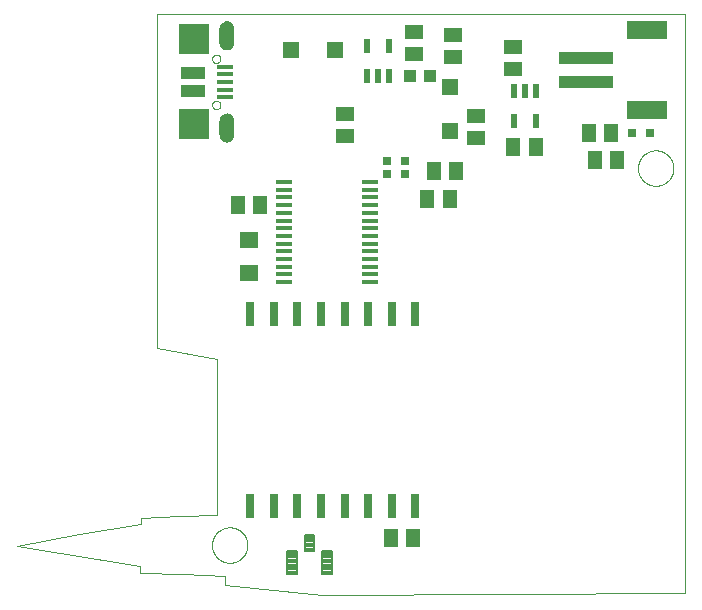
<source format=gtp>
G75*
%MOIN*%
%OFA0B0*%
%FSLAX25Y25*%
%IPPOS*%
%LPD*%
%AMOC8*
5,1,8,0,0,1.08239X$1,22.5*
%
%ADD10C,0.00000*%
%ADD11R,0.05118X0.05906*%
%ADD12R,0.05906X0.05118*%
%ADD13R,0.06299X0.05512*%
%ADD14R,0.03150X0.03150*%
%ADD15R,0.05500X0.01370*%
%ADD16R,0.02165X0.04724*%
%ADD17R,0.18110X0.03937*%
%ADD18R,0.13386X0.06299*%
%ADD19R,0.05512X0.05512*%
%ADD20R,0.04331X0.03937*%
%ADD21C,0.00800*%
%ADD22R,0.03150X0.07874*%
%ADD23R,0.05315X0.01575*%
%ADD24R,0.07874X0.03937*%
%ADD25R,0.09843X0.09843*%
%ADD26C,0.00500*%
D10*
X0005457Y0022435D02*
X0026291Y0026394D01*
X0046791Y0030019D01*
X0046860Y0031852D01*
X0046930Y0032019D01*
X0059694Y0032505D01*
X0072124Y0032991D01*
X0072100Y0032985D02*
X0072125Y0058990D01*
X0072124Y0058963D02*
X0072124Y0084935D01*
X0052124Y0088685D01*
X0052124Y0199797D01*
X0228374Y0199797D01*
X0228374Y0006741D01*
X0167819Y0006394D01*
X0107263Y0006047D01*
X0074902Y0009419D01*
X0074902Y0012574D01*
X0060805Y0013130D01*
X0046707Y0013685D01*
X0046707Y0015908D01*
X0005457Y0022435D01*
X0070553Y0022850D02*
X0070555Y0023003D01*
X0070561Y0023157D01*
X0070571Y0023310D01*
X0070585Y0023462D01*
X0070603Y0023615D01*
X0070625Y0023766D01*
X0070650Y0023917D01*
X0070680Y0024068D01*
X0070714Y0024218D01*
X0070751Y0024366D01*
X0070792Y0024514D01*
X0070837Y0024660D01*
X0070886Y0024806D01*
X0070939Y0024950D01*
X0070995Y0025092D01*
X0071055Y0025233D01*
X0071119Y0025373D01*
X0071186Y0025511D01*
X0071257Y0025647D01*
X0071332Y0025781D01*
X0071409Y0025913D01*
X0071491Y0026043D01*
X0071575Y0026171D01*
X0071663Y0026297D01*
X0071754Y0026420D01*
X0071848Y0026541D01*
X0071946Y0026659D01*
X0072046Y0026775D01*
X0072150Y0026888D01*
X0072256Y0026999D01*
X0072365Y0027107D01*
X0072477Y0027212D01*
X0072591Y0027313D01*
X0072709Y0027412D01*
X0072828Y0027508D01*
X0072950Y0027601D01*
X0073075Y0027690D01*
X0073202Y0027777D01*
X0073331Y0027859D01*
X0073462Y0027939D01*
X0073595Y0028015D01*
X0073730Y0028088D01*
X0073867Y0028157D01*
X0074006Y0028222D01*
X0074146Y0028284D01*
X0074288Y0028342D01*
X0074431Y0028397D01*
X0074576Y0028448D01*
X0074722Y0028495D01*
X0074869Y0028538D01*
X0075017Y0028577D01*
X0075166Y0028613D01*
X0075316Y0028644D01*
X0075467Y0028672D01*
X0075618Y0028696D01*
X0075771Y0028716D01*
X0075923Y0028732D01*
X0076076Y0028744D01*
X0076229Y0028752D01*
X0076382Y0028756D01*
X0076536Y0028756D01*
X0076689Y0028752D01*
X0076842Y0028744D01*
X0076995Y0028732D01*
X0077147Y0028716D01*
X0077300Y0028696D01*
X0077451Y0028672D01*
X0077602Y0028644D01*
X0077752Y0028613D01*
X0077901Y0028577D01*
X0078049Y0028538D01*
X0078196Y0028495D01*
X0078342Y0028448D01*
X0078487Y0028397D01*
X0078630Y0028342D01*
X0078772Y0028284D01*
X0078912Y0028222D01*
X0079051Y0028157D01*
X0079188Y0028088D01*
X0079323Y0028015D01*
X0079456Y0027939D01*
X0079587Y0027859D01*
X0079716Y0027777D01*
X0079843Y0027690D01*
X0079968Y0027601D01*
X0080090Y0027508D01*
X0080209Y0027412D01*
X0080327Y0027313D01*
X0080441Y0027212D01*
X0080553Y0027107D01*
X0080662Y0026999D01*
X0080768Y0026888D01*
X0080872Y0026775D01*
X0080972Y0026659D01*
X0081070Y0026541D01*
X0081164Y0026420D01*
X0081255Y0026297D01*
X0081343Y0026171D01*
X0081427Y0026043D01*
X0081509Y0025913D01*
X0081586Y0025781D01*
X0081661Y0025647D01*
X0081732Y0025511D01*
X0081799Y0025373D01*
X0081863Y0025233D01*
X0081923Y0025092D01*
X0081979Y0024950D01*
X0082032Y0024806D01*
X0082081Y0024660D01*
X0082126Y0024514D01*
X0082167Y0024366D01*
X0082204Y0024218D01*
X0082238Y0024068D01*
X0082268Y0023917D01*
X0082293Y0023766D01*
X0082315Y0023615D01*
X0082333Y0023462D01*
X0082347Y0023310D01*
X0082357Y0023157D01*
X0082363Y0023003D01*
X0082365Y0022850D01*
X0082363Y0022697D01*
X0082357Y0022543D01*
X0082347Y0022390D01*
X0082333Y0022238D01*
X0082315Y0022085D01*
X0082293Y0021934D01*
X0082268Y0021783D01*
X0082238Y0021632D01*
X0082204Y0021482D01*
X0082167Y0021334D01*
X0082126Y0021186D01*
X0082081Y0021040D01*
X0082032Y0020894D01*
X0081979Y0020750D01*
X0081923Y0020608D01*
X0081863Y0020467D01*
X0081799Y0020327D01*
X0081732Y0020189D01*
X0081661Y0020053D01*
X0081586Y0019919D01*
X0081509Y0019787D01*
X0081427Y0019657D01*
X0081343Y0019529D01*
X0081255Y0019403D01*
X0081164Y0019280D01*
X0081070Y0019159D01*
X0080972Y0019041D01*
X0080872Y0018925D01*
X0080768Y0018812D01*
X0080662Y0018701D01*
X0080553Y0018593D01*
X0080441Y0018488D01*
X0080327Y0018387D01*
X0080209Y0018288D01*
X0080090Y0018192D01*
X0079968Y0018099D01*
X0079843Y0018010D01*
X0079716Y0017923D01*
X0079587Y0017841D01*
X0079456Y0017761D01*
X0079323Y0017685D01*
X0079188Y0017612D01*
X0079051Y0017543D01*
X0078912Y0017478D01*
X0078772Y0017416D01*
X0078630Y0017358D01*
X0078487Y0017303D01*
X0078342Y0017252D01*
X0078196Y0017205D01*
X0078049Y0017162D01*
X0077901Y0017123D01*
X0077752Y0017087D01*
X0077602Y0017056D01*
X0077451Y0017028D01*
X0077300Y0017004D01*
X0077147Y0016984D01*
X0076995Y0016968D01*
X0076842Y0016956D01*
X0076689Y0016948D01*
X0076536Y0016944D01*
X0076382Y0016944D01*
X0076229Y0016948D01*
X0076076Y0016956D01*
X0075923Y0016968D01*
X0075771Y0016984D01*
X0075618Y0017004D01*
X0075467Y0017028D01*
X0075316Y0017056D01*
X0075166Y0017087D01*
X0075017Y0017123D01*
X0074869Y0017162D01*
X0074722Y0017205D01*
X0074576Y0017252D01*
X0074431Y0017303D01*
X0074288Y0017358D01*
X0074146Y0017416D01*
X0074006Y0017478D01*
X0073867Y0017543D01*
X0073730Y0017612D01*
X0073595Y0017685D01*
X0073462Y0017761D01*
X0073331Y0017841D01*
X0073202Y0017923D01*
X0073075Y0018010D01*
X0072950Y0018099D01*
X0072828Y0018192D01*
X0072709Y0018288D01*
X0072591Y0018387D01*
X0072477Y0018488D01*
X0072365Y0018593D01*
X0072256Y0018701D01*
X0072150Y0018812D01*
X0072046Y0018925D01*
X0071946Y0019041D01*
X0071848Y0019159D01*
X0071754Y0019280D01*
X0071663Y0019403D01*
X0071575Y0019529D01*
X0071491Y0019657D01*
X0071409Y0019787D01*
X0071332Y0019919D01*
X0071257Y0020053D01*
X0071186Y0020189D01*
X0071119Y0020327D01*
X0071055Y0020467D01*
X0070995Y0020608D01*
X0070939Y0020750D01*
X0070886Y0020894D01*
X0070837Y0021040D01*
X0070792Y0021186D01*
X0070751Y0021334D01*
X0070714Y0021482D01*
X0070680Y0021632D01*
X0070650Y0021783D01*
X0070625Y0021934D01*
X0070603Y0022085D01*
X0070585Y0022238D01*
X0070571Y0022390D01*
X0070561Y0022543D01*
X0070555Y0022697D01*
X0070553Y0022850D01*
X0212539Y0148504D02*
X0212541Y0148657D01*
X0212547Y0148811D01*
X0212557Y0148964D01*
X0212571Y0149116D01*
X0212589Y0149269D01*
X0212611Y0149420D01*
X0212636Y0149571D01*
X0212666Y0149722D01*
X0212700Y0149872D01*
X0212737Y0150020D01*
X0212778Y0150168D01*
X0212823Y0150314D01*
X0212872Y0150460D01*
X0212925Y0150604D01*
X0212981Y0150746D01*
X0213041Y0150887D01*
X0213105Y0151027D01*
X0213172Y0151165D01*
X0213243Y0151301D01*
X0213318Y0151435D01*
X0213395Y0151567D01*
X0213477Y0151697D01*
X0213561Y0151825D01*
X0213649Y0151951D01*
X0213740Y0152074D01*
X0213834Y0152195D01*
X0213932Y0152313D01*
X0214032Y0152429D01*
X0214136Y0152542D01*
X0214242Y0152653D01*
X0214351Y0152761D01*
X0214463Y0152866D01*
X0214577Y0152967D01*
X0214695Y0153066D01*
X0214814Y0153162D01*
X0214936Y0153255D01*
X0215061Y0153344D01*
X0215188Y0153431D01*
X0215317Y0153513D01*
X0215448Y0153593D01*
X0215581Y0153669D01*
X0215716Y0153742D01*
X0215853Y0153811D01*
X0215992Y0153876D01*
X0216132Y0153938D01*
X0216274Y0153996D01*
X0216417Y0154051D01*
X0216562Y0154102D01*
X0216708Y0154149D01*
X0216855Y0154192D01*
X0217003Y0154231D01*
X0217152Y0154267D01*
X0217302Y0154298D01*
X0217453Y0154326D01*
X0217604Y0154350D01*
X0217757Y0154370D01*
X0217909Y0154386D01*
X0218062Y0154398D01*
X0218215Y0154406D01*
X0218368Y0154410D01*
X0218522Y0154410D01*
X0218675Y0154406D01*
X0218828Y0154398D01*
X0218981Y0154386D01*
X0219133Y0154370D01*
X0219286Y0154350D01*
X0219437Y0154326D01*
X0219588Y0154298D01*
X0219738Y0154267D01*
X0219887Y0154231D01*
X0220035Y0154192D01*
X0220182Y0154149D01*
X0220328Y0154102D01*
X0220473Y0154051D01*
X0220616Y0153996D01*
X0220758Y0153938D01*
X0220898Y0153876D01*
X0221037Y0153811D01*
X0221174Y0153742D01*
X0221309Y0153669D01*
X0221442Y0153593D01*
X0221573Y0153513D01*
X0221702Y0153431D01*
X0221829Y0153344D01*
X0221954Y0153255D01*
X0222076Y0153162D01*
X0222195Y0153066D01*
X0222313Y0152967D01*
X0222427Y0152866D01*
X0222539Y0152761D01*
X0222648Y0152653D01*
X0222754Y0152542D01*
X0222858Y0152429D01*
X0222958Y0152313D01*
X0223056Y0152195D01*
X0223150Y0152074D01*
X0223241Y0151951D01*
X0223329Y0151825D01*
X0223413Y0151697D01*
X0223495Y0151567D01*
X0223572Y0151435D01*
X0223647Y0151301D01*
X0223718Y0151165D01*
X0223785Y0151027D01*
X0223849Y0150887D01*
X0223909Y0150746D01*
X0223965Y0150604D01*
X0224018Y0150460D01*
X0224067Y0150314D01*
X0224112Y0150168D01*
X0224153Y0150020D01*
X0224190Y0149872D01*
X0224224Y0149722D01*
X0224254Y0149571D01*
X0224279Y0149420D01*
X0224301Y0149269D01*
X0224319Y0149116D01*
X0224333Y0148964D01*
X0224343Y0148811D01*
X0224349Y0148657D01*
X0224351Y0148504D01*
X0224349Y0148351D01*
X0224343Y0148197D01*
X0224333Y0148044D01*
X0224319Y0147892D01*
X0224301Y0147739D01*
X0224279Y0147588D01*
X0224254Y0147437D01*
X0224224Y0147286D01*
X0224190Y0147136D01*
X0224153Y0146988D01*
X0224112Y0146840D01*
X0224067Y0146694D01*
X0224018Y0146548D01*
X0223965Y0146404D01*
X0223909Y0146262D01*
X0223849Y0146121D01*
X0223785Y0145981D01*
X0223718Y0145843D01*
X0223647Y0145707D01*
X0223572Y0145573D01*
X0223495Y0145441D01*
X0223413Y0145311D01*
X0223329Y0145183D01*
X0223241Y0145057D01*
X0223150Y0144934D01*
X0223056Y0144813D01*
X0222958Y0144695D01*
X0222858Y0144579D01*
X0222754Y0144466D01*
X0222648Y0144355D01*
X0222539Y0144247D01*
X0222427Y0144142D01*
X0222313Y0144041D01*
X0222195Y0143942D01*
X0222076Y0143846D01*
X0221954Y0143753D01*
X0221829Y0143664D01*
X0221702Y0143577D01*
X0221573Y0143495D01*
X0221442Y0143415D01*
X0221309Y0143339D01*
X0221174Y0143266D01*
X0221037Y0143197D01*
X0220898Y0143132D01*
X0220758Y0143070D01*
X0220616Y0143012D01*
X0220473Y0142957D01*
X0220328Y0142906D01*
X0220182Y0142859D01*
X0220035Y0142816D01*
X0219887Y0142777D01*
X0219738Y0142741D01*
X0219588Y0142710D01*
X0219437Y0142682D01*
X0219286Y0142658D01*
X0219133Y0142638D01*
X0218981Y0142622D01*
X0218828Y0142610D01*
X0218675Y0142602D01*
X0218522Y0142598D01*
X0218368Y0142598D01*
X0218215Y0142602D01*
X0218062Y0142610D01*
X0217909Y0142622D01*
X0217757Y0142638D01*
X0217604Y0142658D01*
X0217453Y0142682D01*
X0217302Y0142710D01*
X0217152Y0142741D01*
X0217003Y0142777D01*
X0216855Y0142816D01*
X0216708Y0142859D01*
X0216562Y0142906D01*
X0216417Y0142957D01*
X0216274Y0143012D01*
X0216132Y0143070D01*
X0215992Y0143132D01*
X0215853Y0143197D01*
X0215716Y0143266D01*
X0215581Y0143339D01*
X0215448Y0143415D01*
X0215317Y0143495D01*
X0215188Y0143577D01*
X0215061Y0143664D01*
X0214936Y0143753D01*
X0214814Y0143846D01*
X0214695Y0143942D01*
X0214577Y0144041D01*
X0214463Y0144142D01*
X0214351Y0144247D01*
X0214242Y0144355D01*
X0214136Y0144466D01*
X0214032Y0144579D01*
X0213932Y0144695D01*
X0213834Y0144813D01*
X0213740Y0144934D01*
X0213649Y0145057D01*
X0213561Y0145183D01*
X0213477Y0145311D01*
X0213395Y0145441D01*
X0213318Y0145573D01*
X0213243Y0145707D01*
X0213172Y0145843D01*
X0213105Y0145981D01*
X0213041Y0146121D01*
X0212981Y0146262D01*
X0212925Y0146404D01*
X0212872Y0146548D01*
X0212823Y0146694D01*
X0212778Y0146840D01*
X0212737Y0146988D01*
X0212700Y0147136D01*
X0212666Y0147286D01*
X0212636Y0147437D01*
X0212611Y0147588D01*
X0212589Y0147739D01*
X0212571Y0147892D01*
X0212557Y0148044D01*
X0212547Y0148197D01*
X0212541Y0148351D01*
X0212539Y0148504D01*
X0070603Y0169543D02*
X0070605Y0169617D01*
X0070611Y0169691D01*
X0070621Y0169764D01*
X0070635Y0169837D01*
X0070652Y0169909D01*
X0070674Y0169979D01*
X0070699Y0170049D01*
X0070728Y0170117D01*
X0070761Y0170183D01*
X0070797Y0170248D01*
X0070837Y0170310D01*
X0070879Y0170371D01*
X0070925Y0170429D01*
X0070974Y0170484D01*
X0071026Y0170537D01*
X0071081Y0170587D01*
X0071138Y0170633D01*
X0071198Y0170677D01*
X0071260Y0170717D01*
X0071324Y0170754D01*
X0071390Y0170788D01*
X0071458Y0170818D01*
X0071527Y0170844D01*
X0071598Y0170867D01*
X0071669Y0170885D01*
X0071742Y0170900D01*
X0071815Y0170911D01*
X0071889Y0170918D01*
X0071963Y0170921D01*
X0072036Y0170920D01*
X0072110Y0170915D01*
X0072184Y0170906D01*
X0072257Y0170893D01*
X0072329Y0170876D01*
X0072400Y0170856D01*
X0072470Y0170831D01*
X0072538Y0170803D01*
X0072605Y0170772D01*
X0072670Y0170736D01*
X0072733Y0170698D01*
X0072794Y0170656D01*
X0072853Y0170610D01*
X0072909Y0170562D01*
X0072962Y0170511D01*
X0073012Y0170457D01*
X0073060Y0170400D01*
X0073104Y0170341D01*
X0073146Y0170279D01*
X0073184Y0170216D01*
X0073218Y0170150D01*
X0073249Y0170083D01*
X0073276Y0170014D01*
X0073299Y0169944D01*
X0073319Y0169873D01*
X0073335Y0169800D01*
X0073347Y0169727D01*
X0073355Y0169654D01*
X0073359Y0169580D01*
X0073359Y0169506D01*
X0073355Y0169432D01*
X0073347Y0169359D01*
X0073335Y0169286D01*
X0073319Y0169213D01*
X0073299Y0169142D01*
X0073276Y0169072D01*
X0073249Y0169003D01*
X0073218Y0168936D01*
X0073184Y0168870D01*
X0073146Y0168807D01*
X0073104Y0168745D01*
X0073060Y0168686D01*
X0073012Y0168629D01*
X0072962Y0168575D01*
X0072909Y0168524D01*
X0072853Y0168476D01*
X0072794Y0168430D01*
X0072733Y0168388D01*
X0072670Y0168350D01*
X0072605Y0168314D01*
X0072538Y0168283D01*
X0072470Y0168255D01*
X0072400Y0168230D01*
X0072329Y0168210D01*
X0072257Y0168193D01*
X0072184Y0168180D01*
X0072110Y0168171D01*
X0072036Y0168166D01*
X0071963Y0168165D01*
X0071889Y0168168D01*
X0071815Y0168175D01*
X0071742Y0168186D01*
X0071669Y0168201D01*
X0071598Y0168219D01*
X0071527Y0168242D01*
X0071458Y0168268D01*
X0071390Y0168298D01*
X0071324Y0168332D01*
X0071260Y0168369D01*
X0071198Y0168409D01*
X0071138Y0168453D01*
X0071081Y0168499D01*
X0071026Y0168549D01*
X0070974Y0168602D01*
X0070925Y0168657D01*
X0070879Y0168715D01*
X0070837Y0168776D01*
X0070797Y0168838D01*
X0070761Y0168903D01*
X0070728Y0168969D01*
X0070699Y0169037D01*
X0070674Y0169107D01*
X0070652Y0169177D01*
X0070635Y0169249D01*
X0070621Y0169322D01*
X0070611Y0169395D01*
X0070605Y0169469D01*
X0070603Y0169543D01*
X0065681Y0164819D02*
X0063319Y0164819D01*
X0063242Y0164807D01*
X0063166Y0164792D01*
X0063090Y0164773D01*
X0063016Y0164750D01*
X0062942Y0164724D01*
X0062871Y0164694D01*
X0062800Y0164660D01*
X0062732Y0164624D01*
X0062665Y0164583D01*
X0062600Y0164540D01*
X0062538Y0164494D01*
X0062477Y0164444D01*
X0062420Y0164392D01*
X0062365Y0164336D01*
X0062313Y0164279D01*
X0062263Y0164218D01*
X0062217Y0164156D01*
X0062174Y0164091D01*
X0062134Y0164024D01*
X0062097Y0163955D01*
X0062064Y0163885D01*
X0062034Y0163813D01*
X0062008Y0163739D01*
X0061986Y0163665D01*
X0061967Y0163589D01*
X0061952Y0163513D01*
X0061941Y0163436D01*
X0061933Y0163358D01*
X0061929Y0163280D01*
X0061930Y0163202D01*
X0061933Y0163125D01*
X0061941Y0163047D01*
X0061941Y0163048D02*
X0061933Y0162970D01*
X0061930Y0162893D01*
X0061929Y0162815D01*
X0061933Y0162737D01*
X0061941Y0162659D01*
X0061952Y0162582D01*
X0061967Y0162506D01*
X0061986Y0162430D01*
X0062008Y0162356D01*
X0062034Y0162282D01*
X0062064Y0162210D01*
X0062097Y0162140D01*
X0062134Y0162071D01*
X0062174Y0162004D01*
X0062217Y0161939D01*
X0062263Y0161877D01*
X0062313Y0161816D01*
X0062365Y0161759D01*
X0062420Y0161703D01*
X0062477Y0161651D01*
X0062538Y0161601D01*
X0062600Y0161555D01*
X0062665Y0161512D01*
X0062732Y0161471D01*
X0062800Y0161435D01*
X0062871Y0161401D01*
X0062942Y0161371D01*
X0063016Y0161345D01*
X0063090Y0161322D01*
X0063166Y0161303D01*
X0063242Y0161288D01*
X0063319Y0161276D01*
X0065681Y0161276D01*
X0065682Y0161276D02*
X0065759Y0161288D01*
X0065835Y0161303D01*
X0065911Y0161322D01*
X0065985Y0161345D01*
X0066059Y0161371D01*
X0066130Y0161401D01*
X0066201Y0161435D01*
X0066269Y0161471D01*
X0066336Y0161512D01*
X0066401Y0161555D01*
X0066463Y0161601D01*
X0066524Y0161651D01*
X0066581Y0161703D01*
X0066636Y0161759D01*
X0066688Y0161816D01*
X0066738Y0161877D01*
X0066784Y0161939D01*
X0066827Y0162004D01*
X0066867Y0162071D01*
X0066904Y0162140D01*
X0066937Y0162210D01*
X0066967Y0162282D01*
X0066993Y0162356D01*
X0067015Y0162430D01*
X0067034Y0162506D01*
X0067049Y0162582D01*
X0067060Y0162659D01*
X0067068Y0162737D01*
X0067072Y0162815D01*
X0067071Y0162893D01*
X0067068Y0162970D01*
X0067060Y0163048D01*
X0067060Y0163047D02*
X0067068Y0163125D01*
X0067071Y0163202D01*
X0067072Y0163280D01*
X0067068Y0163358D01*
X0067060Y0163436D01*
X0067049Y0163513D01*
X0067034Y0163589D01*
X0067015Y0163665D01*
X0066993Y0163739D01*
X0066967Y0163813D01*
X0066937Y0163885D01*
X0066904Y0163955D01*
X0066867Y0164024D01*
X0066827Y0164091D01*
X0066784Y0164156D01*
X0066738Y0164218D01*
X0066688Y0164279D01*
X0066636Y0164336D01*
X0066581Y0164392D01*
X0066524Y0164444D01*
X0066463Y0164494D01*
X0066401Y0164540D01*
X0066336Y0164583D01*
X0066269Y0164624D01*
X0066201Y0164660D01*
X0066130Y0164694D01*
X0066059Y0164724D01*
X0065985Y0164750D01*
X0065911Y0164773D01*
X0065835Y0164792D01*
X0065759Y0164807D01*
X0065682Y0164819D01*
X0070603Y0184898D02*
X0070605Y0184972D01*
X0070611Y0185046D01*
X0070621Y0185119D01*
X0070635Y0185192D01*
X0070652Y0185264D01*
X0070674Y0185334D01*
X0070699Y0185404D01*
X0070728Y0185472D01*
X0070761Y0185538D01*
X0070797Y0185603D01*
X0070837Y0185665D01*
X0070879Y0185726D01*
X0070925Y0185784D01*
X0070974Y0185839D01*
X0071026Y0185892D01*
X0071081Y0185942D01*
X0071138Y0185988D01*
X0071198Y0186032D01*
X0071260Y0186072D01*
X0071324Y0186109D01*
X0071390Y0186143D01*
X0071458Y0186173D01*
X0071527Y0186199D01*
X0071598Y0186222D01*
X0071669Y0186240D01*
X0071742Y0186255D01*
X0071815Y0186266D01*
X0071889Y0186273D01*
X0071963Y0186276D01*
X0072036Y0186275D01*
X0072110Y0186270D01*
X0072184Y0186261D01*
X0072257Y0186248D01*
X0072329Y0186231D01*
X0072400Y0186211D01*
X0072470Y0186186D01*
X0072538Y0186158D01*
X0072605Y0186127D01*
X0072670Y0186091D01*
X0072733Y0186053D01*
X0072794Y0186011D01*
X0072853Y0185965D01*
X0072909Y0185917D01*
X0072962Y0185866D01*
X0073012Y0185812D01*
X0073060Y0185755D01*
X0073104Y0185696D01*
X0073146Y0185634D01*
X0073184Y0185571D01*
X0073218Y0185505D01*
X0073249Y0185438D01*
X0073276Y0185369D01*
X0073299Y0185299D01*
X0073319Y0185228D01*
X0073335Y0185155D01*
X0073347Y0185082D01*
X0073355Y0185009D01*
X0073359Y0184935D01*
X0073359Y0184861D01*
X0073355Y0184787D01*
X0073347Y0184714D01*
X0073335Y0184641D01*
X0073319Y0184568D01*
X0073299Y0184497D01*
X0073276Y0184427D01*
X0073249Y0184358D01*
X0073218Y0184291D01*
X0073184Y0184225D01*
X0073146Y0184162D01*
X0073104Y0184100D01*
X0073060Y0184041D01*
X0073012Y0183984D01*
X0072962Y0183930D01*
X0072909Y0183879D01*
X0072853Y0183831D01*
X0072794Y0183785D01*
X0072733Y0183743D01*
X0072670Y0183705D01*
X0072605Y0183669D01*
X0072538Y0183638D01*
X0072470Y0183610D01*
X0072400Y0183585D01*
X0072329Y0183565D01*
X0072257Y0183548D01*
X0072184Y0183535D01*
X0072110Y0183526D01*
X0072036Y0183521D01*
X0071963Y0183520D01*
X0071889Y0183523D01*
X0071815Y0183530D01*
X0071742Y0183541D01*
X0071669Y0183556D01*
X0071598Y0183574D01*
X0071527Y0183597D01*
X0071458Y0183623D01*
X0071390Y0183653D01*
X0071324Y0183687D01*
X0071260Y0183724D01*
X0071198Y0183764D01*
X0071138Y0183808D01*
X0071081Y0183854D01*
X0071026Y0183904D01*
X0070974Y0183957D01*
X0070925Y0184012D01*
X0070879Y0184070D01*
X0070837Y0184131D01*
X0070797Y0184193D01*
X0070761Y0184258D01*
X0070728Y0184324D01*
X0070699Y0184392D01*
X0070674Y0184462D01*
X0070652Y0184532D01*
X0070635Y0184604D01*
X0070621Y0184677D01*
X0070611Y0184750D01*
X0070605Y0184824D01*
X0070603Y0184898D01*
X0065681Y0189622D02*
X0063516Y0189622D01*
X0063442Y0189619D01*
X0063367Y0189620D01*
X0063292Y0189624D01*
X0063217Y0189633D01*
X0063143Y0189645D01*
X0063070Y0189661D01*
X0062997Y0189680D01*
X0062926Y0189703D01*
X0062856Y0189730D01*
X0062787Y0189760D01*
X0062720Y0189794D01*
X0062655Y0189831D01*
X0062592Y0189871D01*
X0062531Y0189914D01*
X0062472Y0189961D01*
X0062416Y0190010D01*
X0062362Y0190062D01*
X0062311Y0190117D01*
X0062262Y0190175D01*
X0062217Y0190234D01*
X0062175Y0190296D01*
X0062136Y0190360D01*
X0062100Y0190426D01*
X0062067Y0190494D01*
X0062038Y0190563D01*
X0062013Y0190634D01*
X0061991Y0190705D01*
X0061973Y0190778D01*
X0061959Y0190852D01*
X0061948Y0190926D01*
X0061941Y0191001D01*
X0061941Y0191000D02*
X0061941Y0191788D01*
X0061941Y0191787D02*
X0061948Y0191862D01*
X0061959Y0191936D01*
X0061973Y0192010D01*
X0061991Y0192083D01*
X0062013Y0192154D01*
X0062038Y0192225D01*
X0062067Y0192294D01*
X0062100Y0192362D01*
X0062136Y0192428D01*
X0062175Y0192492D01*
X0062217Y0192554D01*
X0062262Y0192613D01*
X0062311Y0192671D01*
X0062362Y0192726D01*
X0062416Y0192778D01*
X0062472Y0192827D01*
X0062531Y0192874D01*
X0062592Y0192917D01*
X0062655Y0192957D01*
X0062720Y0192994D01*
X0062787Y0193028D01*
X0062856Y0193058D01*
X0062926Y0193085D01*
X0062997Y0193108D01*
X0063070Y0193127D01*
X0063143Y0193143D01*
X0063217Y0193155D01*
X0063292Y0193164D01*
X0063367Y0193168D01*
X0063442Y0193169D01*
X0063516Y0193166D01*
X0063516Y0193165D02*
X0065681Y0193165D01*
X0065681Y0193166D02*
X0065753Y0193164D01*
X0065825Y0193158D01*
X0065897Y0193149D01*
X0065968Y0193136D01*
X0066038Y0193119D01*
X0066107Y0193099D01*
X0066175Y0193074D01*
X0066241Y0193047D01*
X0066307Y0193016D01*
X0066370Y0192981D01*
X0066432Y0192944D01*
X0066491Y0192903D01*
X0066548Y0192859D01*
X0066603Y0192812D01*
X0066655Y0192762D01*
X0066705Y0192710D01*
X0066752Y0192655D01*
X0066796Y0192598D01*
X0066837Y0192539D01*
X0066874Y0192477D01*
X0066909Y0192414D01*
X0066940Y0192348D01*
X0066967Y0192282D01*
X0066992Y0192214D01*
X0067012Y0192145D01*
X0067029Y0192075D01*
X0067042Y0192004D01*
X0067051Y0191932D01*
X0067057Y0191860D01*
X0067059Y0191788D01*
X0067059Y0191000D01*
X0067057Y0190928D01*
X0067051Y0190856D01*
X0067042Y0190784D01*
X0067029Y0190713D01*
X0067012Y0190643D01*
X0066992Y0190574D01*
X0066967Y0190506D01*
X0066940Y0190440D01*
X0066909Y0190374D01*
X0066874Y0190311D01*
X0066837Y0190249D01*
X0066796Y0190190D01*
X0066752Y0190133D01*
X0066705Y0190078D01*
X0066655Y0190026D01*
X0066603Y0189976D01*
X0066548Y0189929D01*
X0066491Y0189885D01*
X0066432Y0189844D01*
X0066370Y0189807D01*
X0066307Y0189772D01*
X0066241Y0189741D01*
X0066175Y0189714D01*
X0066107Y0189689D01*
X0066038Y0189669D01*
X0065968Y0189652D01*
X0065897Y0189639D01*
X0065825Y0189630D01*
X0065753Y0189624D01*
X0065681Y0189622D01*
D11*
X0079060Y0136185D03*
X0086540Y0136185D03*
X0142237Y0138356D03*
X0149718Y0138356D03*
X0151917Y0147568D03*
X0144437Y0147568D03*
X0170960Y0155419D03*
X0178440Y0155419D03*
X0196060Y0160185D03*
X0203540Y0160185D03*
X0205540Y0151185D03*
X0198060Y0151185D03*
X0137540Y0025185D03*
X0130060Y0025185D03*
D12*
X0158485Y0158445D03*
X0158485Y0165926D03*
X0170800Y0181445D03*
X0170800Y0188926D03*
X0150800Y0185445D03*
X0150800Y0192926D03*
X0137800Y0193926D03*
X0137800Y0186445D03*
X0114994Y0166593D03*
X0114994Y0159113D03*
D13*
X0082800Y0124697D03*
X0082800Y0113674D03*
D14*
X0129047Y0146585D03*
X0128847Y0150985D03*
X0134753Y0150985D03*
X0134953Y0146585D03*
X0210513Y0160185D03*
X0216419Y0160185D03*
D15*
X0123194Y0143819D03*
X0123194Y0141260D03*
X0123194Y0138701D03*
X0123194Y0136142D03*
X0123194Y0133583D03*
X0123194Y0131024D03*
X0123194Y0128465D03*
X0123194Y0125906D03*
X0123194Y0123347D03*
X0123194Y0120788D03*
X0123194Y0118229D03*
X0123194Y0115670D03*
X0123194Y0113111D03*
X0123194Y0110552D03*
X0094406Y0110552D03*
X0094406Y0113111D03*
X0094406Y0115670D03*
X0094406Y0118229D03*
X0094406Y0120788D03*
X0094406Y0123347D03*
X0094406Y0125906D03*
X0094406Y0128465D03*
X0094406Y0131024D03*
X0094406Y0133583D03*
X0094406Y0136142D03*
X0094406Y0138701D03*
X0094406Y0141260D03*
X0094406Y0143819D03*
D16*
X0122060Y0179067D03*
X0125800Y0179067D03*
X0129540Y0179067D03*
X0129540Y0189304D03*
X0122060Y0189304D03*
X0171060Y0174304D03*
X0174800Y0174304D03*
X0178540Y0174304D03*
X0178540Y0164067D03*
X0171060Y0164067D03*
D17*
X0195233Y0177248D03*
X0195233Y0185122D03*
D18*
X0215706Y0194571D03*
X0215706Y0167800D03*
D19*
X0149800Y0160902D03*
X0149800Y0175469D03*
X0111437Y0187889D03*
X0096870Y0187889D03*
D20*
X0136454Y0179185D03*
X0143146Y0179185D03*
D21*
X0104601Y0026048D02*
X0104601Y0020848D01*
X0101401Y0020848D01*
X0101401Y0026048D01*
X0104601Y0026048D01*
X0104601Y0021647D02*
X0101401Y0021647D01*
X0101401Y0022446D02*
X0104601Y0022446D01*
X0104601Y0023245D02*
X0101401Y0023245D01*
X0101401Y0024044D02*
X0104601Y0024044D01*
X0104601Y0024843D02*
X0101401Y0024843D01*
X0101401Y0025642D02*
X0104601Y0025642D01*
X0110389Y0020999D02*
X0110389Y0013139D01*
X0107189Y0013139D01*
X0107189Y0020999D01*
X0110389Y0020999D01*
X0110389Y0013938D02*
X0107189Y0013938D01*
X0107189Y0014737D02*
X0110389Y0014737D01*
X0110389Y0015536D02*
X0107189Y0015536D01*
X0107189Y0016335D02*
X0110389Y0016335D01*
X0110389Y0017134D02*
X0107189Y0017134D01*
X0107189Y0017933D02*
X0110389Y0017933D01*
X0110389Y0018732D02*
X0107189Y0018732D01*
X0107189Y0019531D02*
X0110389Y0019531D01*
X0110389Y0020330D02*
X0107189Y0020330D01*
X0098812Y0020999D02*
X0098812Y0013139D01*
X0095612Y0013139D01*
X0095612Y0020999D01*
X0098812Y0020999D01*
X0098812Y0013938D02*
X0095612Y0013938D01*
X0095612Y0014737D02*
X0098812Y0014737D01*
X0098812Y0015536D02*
X0095612Y0015536D01*
X0095612Y0016335D02*
X0098812Y0016335D01*
X0098812Y0017134D02*
X0095612Y0017134D01*
X0095612Y0017933D02*
X0098812Y0017933D01*
X0098812Y0018732D02*
X0095612Y0018732D01*
X0095612Y0019531D02*
X0098812Y0019531D01*
X0098812Y0020330D02*
X0095612Y0020330D01*
D22*
X0098978Y0035956D03*
X0091104Y0035956D03*
X0083230Y0035956D03*
X0106852Y0035956D03*
X0114726Y0035956D03*
X0122600Y0035956D03*
X0130474Y0035956D03*
X0138348Y0035956D03*
X0138348Y0099735D03*
X0130474Y0099735D03*
X0122600Y0099735D03*
X0114726Y0099735D03*
X0106852Y0099735D03*
X0098978Y0099735D03*
X0091104Y0099735D03*
X0083230Y0099735D03*
D23*
X0075032Y0172102D03*
X0075032Y0174662D03*
X0075032Y0177221D03*
X0075032Y0179780D03*
X0075032Y0182339D03*
D24*
X0064107Y0180173D03*
X0064107Y0174268D03*
D25*
X0064500Y0163047D03*
X0064500Y0191394D03*
D26*
X0073359Y0191617D02*
X0077689Y0191617D01*
X0077689Y0192115D02*
X0073359Y0192115D01*
X0073359Y0192614D02*
X0077689Y0192614D01*
X0077689Y0193112D02*
X0073359Y0193112D01*
X0073359Y0193611D02*
X0077689Y0193611D01*
X0077689Y0194109D02*
X0073359Y0194109D01*
X0073359Y0194608D02*
X0077689Y0194608D01*
X0077689Y0194740D02*
X0077665Y0195184D01*
X0077555Y0195614D01*
X0077363Y0196015D01*
X0077096Y0196370D01*
X0076765Y0196666D01*
X0076383Y0196893D01*
X0075964Y0197040D01*
X0075524Y0197102D01*
X0075084Y0197040D01*
X0074665Y0196893D01*
X0074283Y0196666D01*
X0073952Y0196370D01*
X0073685Y0196015D01*
X0073493Y0195614D01*
X0073383Y0195184D01*
X0073359Y0194740D01*
X0073359Y0190410D01*
X0073383Y0189966D01*
X0073493Y0189536D01*
X0073685Y0189135D01*
X0073952Y0188780D01*
X0074283Y0188484D01*
X0074665Y0188257D01*
X0075084Y0188110D01*
X0075524Y0188047D01*
X0076025Y0188126D01*
X0076496Y0188314D01*
X0076914Y0188603D01*
X0077257Y0188977D01*
X0077508Y0189418D01*
X0077655Y0189903D01*
X0077689Y0190410D01*
X0077689Y0194740D01*
X0077669Y0195106D02*
X0073379Y0195106D01*
X0073491Y0195605D02*
X0077557Y0195605D01*
X0077296Y0196103D02*
X0073752Y0196103D01*
X0074211Y0196602D02*
X0076837Y0196602D01*
X0075539Y0197100D02*
X0075509Y0197100D01*
X0073359Y0191118D02*
X0077689Y0191118D01*
X0077689Y0190620D02*
X0073359Y0190620D01*
X0073374Y0190121D02*
X0077670Y0190121D01*
X0077570Y0189623D02*
X0073471Y0189623D01*
X0073694Y0189124D02*
X0077341Y0189124D01*
X0076935Y0188626D02*
X0074124Y0188626D01*
X0075036Y0188127D02*
X0076028Y0188127D01*
X0075524Y0166394D02*
X0075964Y0166331D01*
X0076383Y0166184D01*
X0076765Y0165958D01*
X0077096Y0165661D01*
X0077363Y0165306D01*
X0077555Y0164905D01*
X0077665Y0164475D01*
X0077689Y0164032D01*
X0077689Y0159701D01*
X0077655Y0159195D01*
X0077508Y0158709D01*
X0077257Y0158268D01*
X0076914Y0157894D01*
X0076496Y0157606D01*
X0076025Y0157417D01*
X0075524Y0157339D01*
X0075084Y0157401D01*
X0074665Y0157549D01*
X0074283Y0157775D01*
X0073952Y0158071D01*
X0073685Y0158427D01*
X0073493Y0158827D01*
X0073383Y0159257D01*
X0073359Y0159701D01*
X0073359Y0164032D01*
X0073383Y0164475D01*
X0073493Y0164905D01*
X0073685Y0165306D01*
X0073952Y0165661D01*
X0074283Y0165958D01*
X0074665Y0166184D01*
X0075084Y0166331D01*
X0075524Y0166394D01*
X0074690Y0166193D02*
X0076358Y0166193D01*
X0077059Y0165694D02*
X0073989Y0165694D01*
X0073633Y0165196D02*
X0077415Y0165196D01*
X0077608Y0164697D02*
X0073440Y0164697D01*
X0073368Y0164199D02*
X0077680Y0164199D01*
X0077689Y0163700D02*
X0073359Y0163700D01*
X0073359Y0163202D02*
X0077689Y0163202D01*
X0077689Y0162703D02*
X0073359Y0162703D01*
X0073359Y0162205D02*
X0077689Y0162205D01*
X0077689Y0161706D02*
X0073359Y0161706D01*
X0073359Y0161208D02*
X0077689Y0161208D01*
X0077689Y0160709D02*
X0073359Y0160709D01*
X0073359Y0160211D02*
X0077689Y0160211D01*
X0077689Y0159712D02*
X0073359Y0159712D01*
X0073394Y0159213D02*
X0077656Y0159213D01*
X0077510Y0158715D02*
X0073547Y0158715D01*
X0073843Y0158216D02*
X0077210Y0158216D01*
X0076659Y0157718D02*
X0074379Y0157718D01*
M02*

</source>
